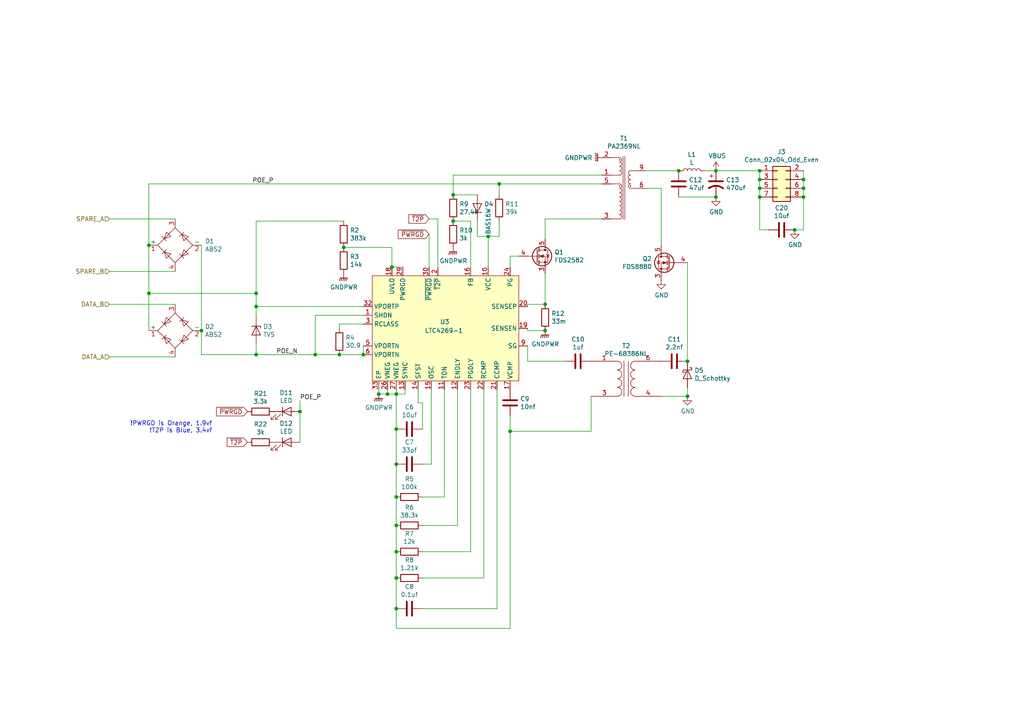
<source format=kicad_sch>
(kicad_sch (version 20200512) (host eeschema "5.99.0-unknown-711fc99~101~ubuntu20.04.1")
  (page 1 7)
  (paper "A4")
  (lib_symbols
    (symbol "Connector_Generic:Conn_02x04_Odd_Even" (pin_names hide)
      (property "Reference" "J" (at 1.27 5.08 0))
      (property "Value" "Conn_02x04_Odd_Even" (at 1.27 -7.62 0))
      (symbol "Conn_02x04_Odd_Even_1_1"
        (rectangle (start -1.27 -4.953) (end 0 -5.207))
        (rectangle (start -1.27 -2.413) (end 0 -2.667))
        (rectangle (start -1.27 2.667) (end 0 2.413))
        (rectangle (start -1.27 3.81) (end 3.81 -6.35) (stroke (width 0.254)) (fill (type background)))
        (rectangle (start -1.27 0.127) (end 0 -0.127))
        (rectangle (start 3.81 -4.953) (end 2.54 -5.207))
        (rectangle (start 3.81 -2.413) (end 2.54 -2.667))
        (rectangle (start 3.81 2.667) (end 2.54 2.413))
        (rectangle (start 3.81 0.127) (end 2.54 -0.127))
        (pin passive line (at -5.08 2.54 0) (length 3.81) (name "Pin_1") (number "1"))
        (pin passive line (at 7.62 2.54 180) (length 3.81) (name "Pin_2") (number "2"))
        (pin passive line (at -5.08 0 0) (length 3.81) (name "Pin_3") (number "3"))
        (pin passive line (at 7.62 0 180) (length 3.81) (name "Pin_4") (number "4"))
        (pin passive line (at -5.08 -2.54 0) (length 3.81) (name "Pin_5") (number "5"))
        (pin passive line (at 7.62 -2.54 180) (length 3.81) (name "Pin_6") (number "6"))
        (pin passive line (at -5.08 -5.08 0) (length 3.81) (name "Pin_7") (number "7"))
        (pin passive line (at 7.62 -5.08 180) (length 3.81) (name "Pin_8") (number "8"))
      )
    )
    (symbol "Device:C" (pin_numbers hide) (pin_names (offset 0.254))
      (property "Reference" "C" (at 0.635 2.54 0))
      (property "Value" "C" (at 0.635 -2.54 0))
      (symbol "C_0_1"
        (polyline (pts (xy -2.032 -0.762) (xy 2.032 -0.762)) (stroke (width 0.508)))
        (polyline (pts (xy -2.032 0.762) (xy 2.032 0.762)) (stroke (width 0.508)))
      )
      (symbol "C_1_1"
        (pin passive line (at 0 3.81 270) (length 2.794) (name "~") (number "1"))
        (pin passive line (at 0 -3.81 90) (length 2.794) (name "~") (number "2"))
      )
    )
    (symbol "Device:CP1" (pin_numbers hide) (pin_names (offset 0.254) hide)
      (property "Reference" "C" (at 0.635 2.54 0))
      (property "Value" "CP1" (at 0.635 -2.54 0))
      (symbol "CP1_0_1"
        (arc (start -2.032 -1.27) (end 2.032 -1.27) (radius (at 0 -3.81) (length 3.2512) (angles 128.7 51.3)) (stroke (width 0.508)))
        (polyline (pts (xy -2.032 0.762) (xy 2.032 0.762)) (stroke (width 0.508)))
        (polyline (pts (xy -1.778 2.286) (xy -0.762 2.286)))
        (polyline (pts (xy -1.27 1.778) (xy -1.27 2.794)))
      )
      (symbol "CP1_1_1"
        (pin passive line (at 0 3.81 270) (length 2.794) (name "~") (number "1"))
        (pin passive line (at 0 -3.81 90) (length 3.302) (name "~") (number "2"))
      )
    )
    (symbol "Device:C_1" (pin_numbers hide) (pin_names (offset 0.254))
      (property "Reference" "C" (at 0.635 2.54 0))
      (property "Value" "C" (at 0.635 -2.54 0))
      (symbol "C_1_0_1"
        (polyline (pts (xy -2.032 -0.762) (xy 2.032 -0.762)) (stroke (width 0.508)))
        (polyline (pts (xy -2.032 0.762) (xy 2.032 0.762)) (stroke (width 0.508)))
      )
      (symbol "C_1_1_1"
        (pin passive line (at 0 3.81 270) (length 2.794) (name "~") (number "1"))
        (pin passive line (at 0 -3.81 90) (length 2.794) (name "~") (number "2"))
      )
    )
    (symbol "Device:C_2" (pin_numbers hide) (pin_names (offset 0.254))
      (property "Reference" "C" (at 0.635 2.54 0))
      (property "Value" "C" (at 0.635 -2.54 0))
      (symbol "C_2_0_1"
        (polyline (pts (xy -2.032 -0.762) (xy 2.032 -0.762)) (stroke (width 0.508)))
        (polyline (pts (xy -2.032 0.762) (xy 2.032 0.762)) (stroke (width 0.508)))
      )
      (symbol "C_2_1_1"
        (pin passive line (at 0 3.81 270) (length 2.794) (name "~") (number "1"))
        (pin passive line (at 0 -3.81 90) (length 2.794) (name "~") (number "2"))
      )
    )
    (symbol "Device:C_3" (pin_numbers hide) (pin_names (offset 0.254))
      (property "Reference" "C" (at 0.635 2.54 0))
      (property "Value" "C" (at 0.635 -2.54 0))
      (symbol "C_3_0_1"
        (polyline (pts (xy -2.032 -0.762) (xy 2.032 -0.762)) (stroke (width 0.508)))
        (polyline (pts (xy -2.032 0.762) (xy 2.032 0.762)) (stroke (width 0.508)))
      )
      (symbol "C_3_1_1"
        (pin passive line (at 0 3.81 270) (length 2.794) (name "~") (number "1"))
        (pin passive line (at 0 -3.81 90) (length 2.794) (name "~") (number "2"))
      )
    )
    (symbol "Device:C_4" (pin_numbers hide) (pin_names (offset 0.254))
      (property "Reference" "C" (at 0.635 2.54 0))
      (property "Value" "C" (at 0.635 -2.54 0))
      (symbol "C_4_0_1"
        (polyline (pts (xy -2.032 -0.762) (xy 2.032 -0.762)) (stroke (width 0.508)))
        (polyline (pts (xy -2.032 0.762) (xy 2.032 0.762)) (stroke (width 0.508)))
      )
      (symbol "C_4_1_1"
        (pin passive line (at 0 3.81 270) (length 2.794) (name "~") (number "1"))
        (pin passive line (at 0 -3.81 90) (length 2.794) (name "~") (number "2"))
      )
    )
    (symbol "Device:C_5" (pin_numbers hide) (pin_names (offset 0.254))
      (property "Reference" "C" (at 0.635 2.54 0))
      (property "Value" "C" (at 0.635 -2.54 0))
      (symbol "C_5_0_1"
        (polyline (pts (xy -2.032 -0.762) (xy 2.032 -0.762)) (stroke (width 0.508)))
        (polyline (pts (xy -2.032 0.762) (xy 2.032 0.762)) (stroke (width 0.508)))
      )
      (symbol "C_5_1_1"
        (pin passive line (at 0 3.81 270) (length 2.794) (name "~") (number "1"))
        (pin passive line (at 0 -3.81 90) (length 2.794) (name "~") (number "2"))
      )
    )
    (symbol "Device:C_6" (pin_numbers hide) (pin_names (offset 0.254))
      (property "Reference" "C" (at 0.635 2.54 0))
      (property "Value" "C" (at 0.635 -2.54 0))
      (symbol "C_6_0_1"
        (polyline (pts (xy -2.032 -0.762) (xy 2.032 -0.762)) (stroke (width 0.508)))
        (polyline (pts (xy -2.032 0.762) (xy 2.032 0.762)) (stroke (width 0.508)))
      )
      (symbol "C_6_1_1"
        (pin passive line (at 0 3.81 270) (length 2.794) (name "~") (number "1"))
        (pin passive line (at 0 -3.81 90) (length 2.794) (name "~") (number "2"))
      )
    )
    (symbol "Device:C_7" (pin_numbers hide) (pin_names (offset 0.254))
      (property "Reference" "C" (at 0.635 2.54 0))
      (property "Value" "C" (at 0.635 -2.54 0))
      (symbol "C_7_0_1"
        (polyline (pts (xy -2.032 -0.762) (xy 2.032 -0.762)) (stroke (width 0.508)))
        (polyline (pts (xy -2.032 0.762) (xy 2.032 0.762)) (stroke (width 0.508)))
      )
      (symbol "C_7_1_1"
        (pin passive line (at 0 3.81 270) (length 2.794) (name "~") (number "1"))
        (pin passive line (at 0 -3.81 90) (length 2.794) (name "~") (number "2"))
      )
    )
    (symbol "Device:D_Schottky" (pin_numbers hide) (pin_names hide)
      (property "Reference" "D" (at 0 2.54 0))
      (property "Value" "D_Schottky" (at 0 -2.54 0))
      (symbol "D_Schottky_0_1"
        (polyline (pts (xy 1.27 0) (xy -1.27 0)))
        (polyline (pts (xy 1.27 1.27) (xy 1.27 -1.27) (xy -1.27 0) (xy 1.27 1.27)) (stroke (width 0.2032)))
        (polyline (pts (xy -1.905 0.635) (xy -1.905 1.27) (xy -1.27 1.27) (xy -1.27 -1.27) (xy -0.635 -1.27) (xy -0.635 -0.635)) (stroke (width 0.2032)))
      )
      (symbol "D_Schottky_1_1"
        (pin passive line (at -3.81 0 0) (length 2.54) (name "K") (number "1"))
        (pin passive line (at 3.81 0 180) (length 2.54) (name "A") (number "2"))
      )
    )
    (symbol "Device:L" (pin_numbers hide) (pin_names hide)
      (property "Reference" "L" (at -1.27 0 90))
      (property "Value" "L" (at 1.905 0 90))
      (symbol "L_0_1"
        (arc (start 0 -2.54) (end 0 -1.27) (radius (at 0 -1.905) (length 0.635) (angles -89.9 89.9)))
        (arc (start 0 -1.27) (end 0 0) (radius (at 0 -0.635) (length 0.635) (angles -89.9 89.9)))
        (arc (start 0 0) (end 0 1.27) (radius (at 0 0.635) (length 0.635) (angles -89.9 89.9)))
        (arc (start 0 1.27) (end 0 2.54) (radius (at 0 1.905) (length 0.635) (angles -89.9 89.9)))
      )
      (symbol "L_1_1"
        (pin passive line (at 0 3.81 270) (length 1.27) (name "1") (number "1"))
        (pin passive line (at 0 -3.81 90) (length 1.27) (name "2") (number "2"))
      )
    )
    (symbol "Device:LED" (pin_numbers hide) (pin_names hide)
      (property "Reference" "D" (at 0 2.54 0))
      (property "Value" "LED" (at 0 -2.54 0))
      (symbol "LED_0_1"
        (polyline (pts (xy -1.27 -1.27) (xy -1.27 1.27)) (stroke (width 0.2032)))
        (polyline (pts (xy -1.27 0) (xy 1.27 0)))
        (polyline (pts (xy 1.27 -1.27) (xy 1.27 1.27) (xy -1.27 0) (xy 1.27 -1.27)) (stroke (width 0.2032)))
        (polyline (pts (xy -3.048 -0.762) (xy -4.572 -2.286) (xy -3.81 -2.286) (xy -4.572 -2.286) (xy -4.572 -1.524)))
        (polyline (pts (xy -1.778 -0.762) (xy -3.302 -2.286) (xy -2.54 -2.286) (xy -3.302 -2.286) (xy -3.302 -1.524)))
      )
      (symbol "LED_1_1"
        (pin passive line (at -3.81 0 0) (length 2.54) (name "K") (number "1"))
        (pin passive line (at 3.81 0 180) (length 2.54) (name "A") (number "2"))
      )
    )
    (symbol "Device:R" (pin_numbers hide) (pin_names (offset 0))
      (property "Reference" "R" (at 2.032 0 90))
      (property "Value" "R" (at 0 0 90))
      (symbol "R_0_1"
        (rectangle (start -1.016 -2.54) (end 1.016 2.54) (stroke (width 0.254)))
      )
      (symbol "R_1_1"
        (pin passive line (at 0 3.81 270) (length 1.27) (name "~") (number "1"))
        (pin passive line (at 0 -3.81 90) (length 1.27) (name "~") (number "2"))
      )
    )
    (symbol "Device:R_1" (pin_numbers hide) (pin_names (offset 0))
      (property "Reference" "R" (at 2.032 0 90))
      (property "Value" "R" (at 0 0 90))
      (symbol "R_1_0_1"
        (rectangle (start -1.016 -2.54) (end 1.016 2.54) (stroke (width 0.254)))
      )
      (symbol "R_1_1_1"
        (pin passive line (at 0 3.81 270) (length 1.27) (name "~") (number "1"))
        (pin passive line (at 0 -3.81 90) (length 1.27) (name "~") (number "2"))
      )
    )
    (symbol "Device:R_10" (pin_numbers hide) (pin_names (offset 0))
      (property "Reference" "R" (at 2.032 0 90))
      (property "Value" "R" (at 0 0 90))
      (symbol "R_10_0_1"
        (rectangle (start -1.016 -2.54) (end 1.016 2.54) (stroke (width 0.254)))
      )
      (symbol "R_10_1_1"
        (pin passive line (at 0 3.81 270) (length 1.27) (name "~") (number "1"))
        (pin passive line (at 0 -3.81 90) (length 1.27) (name "~") (number "2"))
      )
    )
    (symbol "Device:R_11" (pin_numbers hide) (pin_names (offset 0))
      (property "Reference" "R" (at 2.032 0 90))
      (property "Value" "R" (at 0 0 90))
      (symbol "R_11_0_1"
        (rectangle (start -1.016 -2.54) (end 1.016 2.54) (stroke (width 0.254)))
      )
      (symbol "R_11_1_1"
        (pin passive line (at 0 3.81 270) (length 1.27) (name "~") (number "1"))
        (pin passive line (at 0 -3.81 90) (length 1.27) (name "~") (number "2"))
      )
    )
    (symbol "Device:R_12" (pin_numbers hide) (pin_names (offset 0))
      (property "Reference" "R" (at 2.032 0 90))
      (property "Value" "R" (at 0 0 90))
      (symbol "R_12_0_1"
        (rectangle (start -1.016 -2.54) (end 1.016 2.54) (stroke (width 0.254)))
      )
      (symbol "R_12_1_1"
        (pin passive line (at 0 3.81 270) (length 1.27) (name "~") (number "1"))
        (pin passive line (at 0 -3.81 90) (length 1.27) (name "~") (number "2"))
      )
    )
    (symbol "Device:R_2" (pin_numbers hide) (pin_names (offset 0))
      (property "Reference" "R" (at 2.032 0 90))
      (property "Value" "R" (at 0 0 90))
      (symbol "R_2_0_1"
        (rectangle (start -1.016 -2.54) (end 1.016 2.54) (stroke (width 0.254)))
      )
      (symbol "R_2_1_1"
        (pin passive line (at 0 3.81 270) (length 1.27) (name "~") (number "1"))
        (pin passive line (at 0 -3.81 90) (length 1.27) (name "~") (number "2"))
      )
    )
    (symbol "Device:R_3" (pin_numbers hide) (pin_names (offset 0))
      (property "Reference" "R" (at 2.032 0 90))
      (property "Value" "R" (at 0 0 90))
      (symbol "R_3_0_1"
        (rectangle (start -1.016 -2.54) (end 1.016 2.54) (stroke (width 0.254)))
      )
      (symbol "R_3_1_1"
        (pin passive line (at 0 3.81 270) (length 1.27) (name "~") (number "1"))
        (pin passive line (at 0 -3.81 90) (length 1.27) (name "~") (number "2"))
      )
    )
    (symbol "Device:R_4" (pin_numbers hide) (pin_names (offset 0))
      (property "Reference" "R" (at 2.032 0 90))
      (property "Value" "R" (at 0 0 90))
      (symbol "R_4_0_1"
        (rectangle (start -1.016 -2.54) (end 1.016 2.54) (stroke (width 0.254)))
      )
      (symbol "R_4_1_1"
        (pin passive line (at 0 3.81 270) (length 1.27) (name "~") (number "1"))
        (pin passive line (at 0 -3.81 90) (length 1.27) (name "~") (number "2"))
      )
    )
    (symbol "Device:R_5" (pin_numbers hide) (pin_names (offset 0))
      (property "Reference" "R" (at 2.032 0 90))
      (property "Value" "R" (at 0 0 90))
      (symbol "R_5_0_1"
        (rectangle (start -1.016 -2.54) (end 1.016 2.54) (stroke (width 0.254)))
      )
      (symbol "R_5_1_1"
        (pin passive line (at 0 3.81 270) (length 1.27) (name "~") (number "1"))
        (pin passive line (at 0 -3.81 90) (length 1.27) (name "~") (number "2"))
      )
    )
    (symbol "Device:R_6" (pin_numbers hide) (pin_names (offset 0))
      (property "Reference" "R" (at 2.032 0 90))
      (property "Value" "R" (at 0 0 90))
      (symbol "R_6_0_1"
        (rectangle (start -1.016 -2.54) (end 1.016 2.54) (stroke (width 0.254)))
      )
      (symbol "R_6_1_1"
        (pin passive line (at 0 3.81 270) (length 1.27) (name "~") (number "1"))
        (pin passive line (at 0 -3.81 90) (length 1.27) (name "~") (number "2"))
      )
    )
    (symbol "Device:R_7" (pin_numbers hide) (pin_names (offset 0))
      (property "Reference" "R" (at 2.032 0 90))
      (property "Value" "R" (at 0 0 90))
      (symbol "R_7_0_1"
        (rectangle (start -1.016 -2.54) (end 1.016 2.54) (stroke (width 0.254)))
      )
      (symbol "R_7_1_1"
        (pin passive line (at 0 3.81 270) (length 1.27) (name "~") (number "1"))
        (pin passive line (at 0 -3.81 90) (length 1.27) (name "~") (number "2"))
      )
    )
    (symbol "Device:R_8" (pin_numbers hide) (pin_names (offset 0))
      (property "Reference" "R" (at 2.032 0 90))
      (property "Value" "R" (at 0 0 90))
      (symbol "R_8_0_1"
        (rectangle (start -1.016 -2.54) (end 1.016 2.54) (stroke (width 0.254)))
      )
      (symbol "R_8_1_1"
        (pin passive line (at 0 3.81 270) (length 1.27) (name "~") (number "1"))
        (pin passive line (at 0 -3.81 90) (length 1.27) (name "~") (number "2"))
      )
    )
    (symbol "Device:R_9" (pin_numbers hide) (pin_names (offset 0))
      (property "Reference" "R" (at 2.032 0 90))
      (property "Value" "R" (at 0 0 90))
      (symbol "R_9_0_1"
        (rectangle (start -1.016 -2.54) (end 1.016 2.54) (stroke (width 0.254)))
      )
      (symbol "R_9_1_1"
        (pin passive line (at 0 3.81 270) (length 1.27) (name "~") (number "1"))
        (pin passive line (at 0 -3.81 90) (length 1.27) (name "~") (number "2"))
      )
    )
    (symbol "Diode:5KPxxA" (pin_numbers hide) (pin_names hide)
      (property "Reference" "D" (at 0 2.54 0))
      (property "Value" "5KPxxA" (at 0 -2.54 0))
      (symbol "5KPxxA_0_1"
        (polyline (pts (xy 1.27 0) (xy -1.27 0)))
        (polyline (pts (xy -0.762 1.27) (xy -1.27 1.27) (xy -1.27 -1.27)) (stroke (width 0.2032)))
        (polyline (pts (xy 1.27 1.27) (xy 1.27 -1.27) (xy -1.27 0) (xy 1.27 1.27)) (stroke (width 0.2032)))
      )
      (symbol "5KPxxA_1_1"
        (pin passive line (at -3.81 0 0) (length 2.54) (name "A1") (number "1"))
        (pin passive line (at 3.81 0 180) (length 2.54) (name "A2") (number "2"))
      )
    )
    (symbol "Diode:BAS16W" (pin_numbers hide) (pin_names (offset 0.508) hide)
      (property "Reference" "D" (at 0 2.54 0))
      (property "Value" "BAS16W" (at 0 -2.54 0))
      (symbol "BAS16W_0_1"
        (polyline (pts (xy -1.27 1.27) (xy -1.27 -1.27)) (stroke (width 0.2032)))
        (polyline (pts (xy 1.27 0) (xy -1.27 0)))
        (polyline (pts (xy 1.27 1.27) (xy 1.27 -1.27) (xy -1.27 0) (xy 1.27 1.27)) (stroke (width 0.2032)))
      )
      (symbol "BAS16W_1_1"
        (pin passive line (at 3.81 0 180) (length 2.54) (name "A") (number "1"))
        (pin unconnected line (at -1.27 0 0) (length 2.54) (name "NC") (number "2") hide)
        (pin passive line (at -3.81 0 0) (length 2.54) (name "K") (number "3"))
      )
    )
    (symbol "Diode_Bridge:ABS2" (pin_names (offset 0))
      (property "Reference" "D" (at 2.54 6.985 0))
      (property "Value" "ABS2" (at 2.54 5.08 0))
      (symbol "ABS2_0_1"
        (polyline (pts (xy -2.54 3.81) (xy -1.27 2.54)))
        (polyline (pts (xy -1.27 -2.54) (xy -2.54 -3.81)))
        (polyline (pts (xy 2.54 -1.27) (xy 3.81 -2.54)))
        (polyline (pts (xy 2.54 1.27) (xy 3.81 2.54)))
        (polyline (pts (xy -3.81 2.54) (xy -2.54 1.27) (xy -1.905 3.175) (xy -3.81 2.54)))
        (polyline (pts (xy -2.54 -1.27) (xy -3.81 -2.54) (xy -1.905 -3.175) (xy -2.54 -1.27)))
        (polyline (pts (xy 1.27 2.54) (xy 2.54 3.81) (xy 3.175 1.905) (xy 1.27 2.54)))
        (polyline (pts (xy 3.175 -1.905) (xy 1.27 -2.54) (xy 2.54 -3.81) (xy 3.175 -1.905)))
        (polyline (pts (xy -5.08 0) (xy 0 -5.08) (xy 5.08 0) (xy 0 5.08) (xy -5.08 0)))
      )
      (symbol "ABS2_1_1"
        (pin passive line (at 7.62 0 180) (length 2.54) (name "+") (number "1"))
        (pin passive line (at -7.62 0 0) (length 2.54) (name "-") (number "2"))
        (pin passive line (at 0 -7.62 90) (length 2.54) (name "~~") (number "3"))
        (pin passive line (at 0 7.62 270) (length 2.54) (name "~~") (number "4"))
      )
    )
    (symbol "h75_poe:FDS2582" (pin_names (offset 0) hide)
      (property "Reference" "Q" (at 5.08 1.27 0))
      (property "Value" "FDS2582" (at 5.08 -1.27 0))
      (symbol "FDS2582_0_1"
        (circle (center 1.651 0) (radius 2.794) (stroke (width 0.254)))
        (circle (center 2.54 -1.778) (radius 0.254) (fill (type outline)))
        (circle (center 2.54 1.778) (radius 0.254) (fill (type outline)))
        (polyline (pts (xy 0.254 0) (xy -2.54 0)))
        (polyline (pts (xy 0.254 1.905) (xy 0.254 -1.905)) (stroke (width 0.254)))
        (polyline (pts (xy 0.762 -1.27) (xy 0.762 -2.286)) (stroke (width 0.254)))
        (polyline (pts (xy 0.762 0.508) (xy 0.762 -0.508)) (stroke (width 0.254)))
        (polyline (pts (xy 0.762 2.286) (xy 0.762 1.27)) (stroke (width 0.254)))
        (polyline (pts (xy 2.54 2.54) (xy 2.54 1.778)))
        (polyline (pts (xy 2.54 -2.54) (xy 2.54 0) (xy 0.762 0)))
        (polyline (pts (xy 0.762 -1.778) (xy 3.302 -1.778) (xy 3.302 1.778) (xy 0.762 1.778)))
        (polyline (pts (xy 1.016 0) (xy 2.032 0.381) (xy 2.032 -0.381) (xy 1.016 0)) (fill (type outline)))
        (polyline (pts (xy 2.794 0.508) (xy 2.921 0.381) (xy 3.683 0.381) (xy 3.81 0.254)))
        (polyline (pts (xy 3.302 0.381) (xy 2.921 -0.254) (xy 3.683 -0.254) (xy 3.302 0.381)))
      )
      (symbol "FDS2582_1_1"
        (pin passive line (at 2.54 5.08 270) (length 2.54) (name "D") (number "5"))
        (pin input line (at -5.08 0 0) (length 2.54) (name "G") (number "4"))
        (pin passive line (at 2.54 -5.08 90) (length 2.54) (name "S") (number "3"))
        (pin passive line (at 2.54 -5.08 90) (length 2.54) (name "S") (number "1") hide)
        (pin passive line (at 2.54 -5.08 90) (length 2.54) (name "S") (number "2") hide)
        (pin passive line (at 2.54 5.08 270) (length 2.54) (name "D") (number "6") hide)
        (pin passive line (at 2.54 5.08 270) (length 2.54) (name "D") (number "6") hide)
        (pin passive line (at 2.54 5.08 270) (length 2.54) (name "D") (number "7") hide)
        (pin passive line (at 2.54 5.08 270) (length 2.54) (name "D") (number "8") hide)
      )
    )
    (symbol "h75_poe:FDS8880" (pin_names (offset 0) hide)
      (property "Reference" "Q" (at 5.08 1.27 0))
      (property "Value" "FDS8880" (at 5.08 -1.27 0))
      (symbol "FDS8880_0_1"
        (circle (center 1.651 0) (radius 2.794) (stroke (width 0.254)))
        (circle (center 2.54 -1.778) (radius 0.254) (fill (type outline)))
        (circle (center 2.54 1.778) (radius 0.254) (fill (type outline)))
        (polyline (pts (xy 0.254 0) (xy -2.54 0)))
        (polyline (pts (xy 0.254 1.905) (xy 0.254 -1.905)) (stroke (width 0.254)))
        (polyline (pts (xy 0.762 -1.27) (xy 0.762 -2.286)) (stroke (width 0.254)))
        (polyline (pts (xy 0.762 0.508) (xy 0.762 -0.508)) (stroke (width 0.254)))
        (polyline (pts (xy 0.762 2.286) (xy 0.762 1.27)) (stroke (width 0.254)))
        (polyline (pts (xy 2.54 2.54) (xy 2.54 1.778)))
        (polyline (pts (xy 2.54 -2.54) (xy 2.54 0) (xy 0.762 0)))
        (polyline (pts (xy 0.762 -1.778) (xy 3.302 -1.778) (xy 3.302 1.778) (xy 0.762 1.778)))
        (polyline (pts (xy 1.016 0) (xy 2.032 0.381) (xy 2.032 -0.381) (xy 1.016 0)) (fill (type outline)))
        (polyline (pts (xy 2.794 0.508) (xy 2.921 0.381) (xy 3.683 0.381) (xy 3.81 0.254)))
        (polyline (pts (xy 3.302 0.381) (xy 2.921 -0.254) (xy 3.683 -0.254) (xy 3.302 0.381)))
      )
      (symbol "FDS8880_1_1"
        (pin passive line (at 2.54 5.08 270) (length 2.54) (name "D") (number "5"))
        (pin input line (at -5.08 0 0) (length 2.54) (name "G") (number "4"))
        (pin passive line (at 2.54 -5.08 90) (length 2.54) (name "S") (number "3"))
        (pin passive line (at 2.54 -5.08 90) (length 2.54) (name "S") (number "1") hide)
        (pin passive line (at 2.54 -5.08 90) (length 2.54) (name "S") (number "2") hide)
        (pin passive line (at 2.54 5.08 270) (length 2.54) (name "D") (number "6") hide)
        (pin passive line (at 2.54 5.08 270) (length 2.54) (name "D") (number "6") hide)
        (pin passive line (at 2.54 5.08 270) (length 2.54) (name "D") (number "7") hide)
        (pin passive line (at 2.54 5.08 270) (length 2.54) (name "D") (number "8") hide)
      )
    )
    (symbol "h75_poe:LTC4269-1"
      (property "Reference" "U" (at 0 -1.27 0))
      (property "Value" "LTC4269-1" (at 0 0.635 0))
      (symbol "LTC4269-1_0_1"
        (rectangle (start 21.59 13.335) (end -20.955 -17.145) (stroke (width 0.152)) (fill (type background)))
      )
      (symbol "LTC4269-1_0_0"
        (pin unspecified line (at -23.495 1.905 0) (length 2.54) (name "SHDN") (number "1"))
        (pin unspecified line (at -1.905 15.875 270) (length 2.54) (name "~T2P") (number "2"))
        (pin unspecified line (at -23.495 -0.635 0) (length 2.54) (name "RCLASS") (number "3"))
        (pin unconnected line (at 3.175 4.445 0) (length 2.54) (name "NC") (number "4") hide)
        (pin unspecified line (at -23.495 -6.985 0) (length 2.54) (name "VPORTN") (number "5"))
        (pin unspecified line (at -23.495 -9.525 0) (length 2.54) (name "VPORTN") (number "6"))
        (pin unconnected line (at 3.175 1.905 0) (length 2.54) (name "NC") (number "7") hide)
        (pin unconnected line (at 3.175 -0.635 0) (length 2.54) (name "NC") (number "8") hide)
        (pin unspecified line (at 24.13 -6.985 180) (length 2.54) (name "SG") (number "9"))
        (pin unspecified line (at 12.7 15.875 270) (length 2.54) (name "VCC") (number "10"))
        (pin unspecified line (at 0 -19.685 90) (length 2.54) (name "TON") (number "11"))
        (pin unspecified line (at 3.81 -19.685 90) (length 2.54) (name "ENDLY") (number "12"))
        (pin unspecified line (at -11.43 -19.685 90) (length 2.54) (name "SYNC") (number "13"))
        (pin unspecified line (at -7.62 -19.685 90) (length 2.54) (name "SFST") (number "14"))
        (pin unspecified line (at -3.81 -19.685 90) (length 2.54) (name "OSC") (number "15"))
        (pin unspecified line (at 7.62 15.875 270) (length 2.54) (name "FB") (number "16"))
        (pin unspecified line (at 19.05 -19.685 90) (length 2.54) (name "VCMP") (number "17"))
        (pin unspecified line (at -15.24 15.875 270) (length 2.54) (name "UVLO") (number "18"))
        (pin unspecified line (at 24.13 -1.905 180) (length 2.54) (name "SENSEN") (number "19"))
        (pin unspecified line (at 24.13 4.445 180) (length 2.54) (name "SENSEP") (number "20"))
        (pin unspecified line (at 15.24 -19.685 90) (length 2.54) (name "CCMP") (number "21"))
        (pin unspecified line (at 11.43 -19.685 90) (length 2.54) (name "RCMP") (number "22"))
        (pin unspecified line (at 7.62 -19.685 90) (length 2.54) (name "PGDLY") (number "23"))
        (pin unspecified line (at 19.05 15.875 270) (length 2.54) (name "PG") (number "24"))
        (pin unconnected line (at 3.175 -3.175 0) (length 2.54) (name "NC") (number "25") hide)
        (pin unspecified line (at -16.51 -19.685 90) (length 2.54) (name "VNEG") (number "26"))
        (pin unspecified line (at -13.97 -19.685 90) (length 2.54) (name "VNEG") (number "27"))
        (pin unconnected line (at 3.175 -5.715 0) (length 2.54) (name "NC") (number "28") hide)
        (pin unspecified line (at -12.065 15.875 270) (length 2.54) (name "PWRGD") (number "29"))
        (pin unspecified line (at -4.445 15.875 270) (length 2.54) (name "~PWRGD") (number "30"))
        (pin unconnected line (at 3.175 -8.255 0) (length 2.54) (name "NC") (number "31") hide)
        (pin unspecified line (at -23.495 4.445 0) (length 2.54) (name "VPORTP") (number "32"))
        (pin unspecified line (at -19.05 -19.685 90) (length 2.54) (name "EP") (number "33"))
      )
    )
    (symbol "h75_poe:PA2369NL"
      (property "Reference" "T" (at 0 0 0))
      (property "Value" "PA2369NL" (at 0.635 1.905 0))
      (symbol "PA2369NL_0_1"
        (arc (start -1.27 -6.985) (end -0.635 -6.35) (radius (at -1.27 -6.35) (length 0.635) (angles -90 0)))
        (arc (start -0.635 -6.35) (end -1.27 -5.715) (radius (at -1.27 -6.35) (length 0.635) (angles 0 90)))
        (arc (start -1.27 -5.715) (end -0.635 -5.08) (radius (at -1.27 -5.08) (length 0.635) (angles -90 0)))
        (arc (start -0.635 -5.08) (end -1.27 -4.445) (radius (at -1.27 -5.08) (length 0.635) (angles 0 90)))
        (arc (start -1.27 -4.445) (end -0.635 -3.81) (radius (at -1.27 -3.81) (length 0.635) (angles -90 0)))
        (arc (start -0.635 -3.81) (end -1.27 -3.175) (radius (at -1.27 -3.81) (length 0.635) (angles 0 90)))
        (arc (start -1.27 -3.175) (end -0.635 -2.54) (radius (at -1.27 -2.54) (length 0.635) (angles -90 0)))
        (arc (start -0.635 -2.54) (end -1.27 -1.905) (radius (at -1.27 -2.54) (length 0.635) (angles 0 90)))
        (arc (start -1.27 -14.605) (end -0.635 -13.97) (radius (at -1.27 -13.97) (length 0.635) (angles -90 0)))
        (arc (start -0.635 -13.97) (end -1.27 -13.335) (radius (at -1.27 -13.97) (length 0.635) (angles 0 90)))
        (arc (start -1.27 -13.335) (end -0.635 -12.7) (radius (at -1.27 -12.7) (length 0.635) (angles -90 0)))
        (arc (start -0.635 -12.7) (end -1.27 -12.065) (radius (at -1.27 -12.7) (length 0.635) (angles 0 90)))
        (arc (start -1.27 -12.065) (end -0.635 -11.43) (radius (at -1.27 -11.43) (length 0.635) (angles -90 0)))
        (arc (start -0.635 -11.43) (end -1.27 -10.795) (radius (at -1.27 -11.43) (length 0.635) (angles 0 90)))
        (arc (start -1.27 -10.795) (end -0.635 -10.16) (radius (at -1.27 -10.16) (length 0.635) (angles -90 0)))
        (arc (start -0.635 -10.16) (end -1.27 -9.525) (radius (at -1.27 -10.16) (length 0.635) (angles 0 90)))
        (arc (start -1.27 -19.685) (end -0.635 -19.05) (radius (at -1.27 -19.05) (length 0.635) (angles -90 0)))
        (arc (start -0.635 -19.05) (end -1.27 -18.415) (radius (at -1.27 -19.05) (length 0.635) (angles 0 90)))
        (arc (start -1.27 -18.415) (end -0.635 -17.78) (radius (at -1.27 -17.78) (length 0.635) (angles -90 0)))
        (arc (start -0.635 -17.78) (end -1.27 -17.145) (radius (at -1.27 -17.78) (length 0.635) (angles 0 90)))
        (arc (start -1.27 -17.145) (end -0.635 -16.51) (radius (at -1.27 -16.51) (length 0.635) (angles -90 0)))
        (arc (start -0.635 -16.51) (end -1.27 -15.875) (radius (at -1.27 -16.51) (length 0.635) (angles 0 90)))
        (arc (start -1.27 -15.875) (end -0.635 -15.24) (radius (at -1.27 -15.24) (length 0.635) (angles -90 0)))
        (arc (start -0.635 -15.24) (end -1.27 -14.605) (radius (at -1.27 -15.24) (length 0.635) (angles 0 90)))
        (arc (start 1.27 -10.16) (end 1.905 -10.795) (radius (at 1.905 -10.16) (length 0.635) (angles 180 -90)))
        (arc (start 1.905 -9.525) (end 1.27 -10.16) (radius (at 1.905 -10.16) (length 0.635) (angles 90 180)))
        (arc (start 1.27 -8.89) (end 1.905 -9.525) (radius (at 1.905 -8.89) (length 0.635) (angles 180 -90)))
        (arc (start 1.905 -8.255) (end 1.27 -8.89) (radius (at 1.905 -8.89) (length 0.635) (angles 90 180)))
        (arc (start 1.27 -7.62) (end 1.905 -8.255) (radius (at 1.905 -7.62) (length 0.635) (angles 180 -90)))
        (arc (start 1.905 -6.985) (end 1.27 -7.62) (radius (at 1.905 -7.62) (length 0.635) (angles 90 180)))
        (arc (start 1.27 -6.35) (end 1.905 -6.985) (radius (at 1.905 -6.35) (length 0.635) (angles 180 -90)))
        (arc (start 1.905 -5.715) (end 1.27 -6.35) (radius (at 1.905 -6.35) (length 0.635) (angles 90 180)))
        (circle (center -1.27 -2.54) (radius 0.127))
        (circle (center -1.27 -10.16) (radius 0.127))
        (circle (center 1.905 -10.16) (radius 0.127))
        (polyline (pts (xy -1.27 -1.905) (xy -3.81 -1.905)))
        (polyline (pts (xy -1.27 -6.985) (xy -3.81 -6.985)))
        (polyline (pts (xy -1.27 -9.525) (xy -3.81 -9.525)))
        (polyline (pts (xy -1.27 -19.685) (xy -3.81 -19.685)))
        (polyline (pts (xy 1.905 -5.715) (xy 3.81 -5.715)))
        (polyline (pts (xy 1.905 -10.795) (xy 3.81 -10.795)))
        (polyline (pts (xy -0.254 -1.524) (xy -0.254 -19.812)))
        (polyline (pts (xy 0.254 -1.524) (xy 0.254 -19.812)))
      )
      (symbol "PA2369NL_1_1"
        (pin input line (at -6.35 -1.905 0) (length 2.54) (name "~") (number "2"))
        (pin input line (at -6.35 -6.985 0) (length 2.54) (name "~") (number "1"))
        (pin input line (at -6.35 -9.525 0) (length 2.54) (name "~") (number "5"))
        (pin input line (at -6.35 -19.685 0) (length 2.54) (name "~") (number "3"))
        (pin input line (at 6.35 -10.795 180) (length 2.54) (name "~") (number "6"))
        (pin input line (at 6.35 -5.715 180) (length 2.54) (name "~") (number "9"))
        (pin input line (at 6.35 -10.795 180) (length 2.54) (name "~") (number "7") hide)
        (pin input line (at 6.35 -5.715 180) (length 2.54) (name "~") (number "10") hide)
      )
    )
    (symbol "h75_poe:PE-68386NL" (pin_names hide)
      (property "Reference" "T" (at 0 6.35 0))
      (property "Value" "PE-68386NL" (at 0 -7.62 0))
      (symbol "PE-68386NL_0_1"
        (arc (start -2.54 -2.54) (end -1.27 -3.81) (radius (at -2.54 -3.81) (length 1.27) (angles 89.9 0.1)))
        (arc (start -1.27 -3.81) (end -2.54 -5.0546) (radius (at -2.54 -3.81) (length 1.27) (angles -0.1 -89.9)))
        (arc (start -2.54 0) (end -1.27 -1.27) (radius (at -2.54 -1.27) (length 1.27) (angles 89.9 0.1)))
        (arc (start -1.27 -1.27) (end -2.54 -2.5146) (radius (at -2.54 -1.27) (length 1.27) (angles -0.1 -89.9)))
        (arc (start -2.54 2.54) (end -1.27 1.27) (radius (at -2.54 1.27) (length 1.27) (angles 89.9 0.1)))
        (arc (start -1.27 1.27) (end -2.54 0.0254) (radius (at -2.54 1.27) (length 1.27) (angles -0.1 -89.9)))
        (arc (start -2.54 5.08) (end -1.27 3.81) (radius (at -2.54 3.81) (length 1.27) (angles 89.9 0.1)))
        (arc (start -1.27 3.81) (end -2.54 2.5654) (radius (at -2.54 3.81) (length 1.27) (angles -0.1 -89.9)))
        (arc (start 2.54 0) (end 1.2954 -1.27) (radius (at 2.54 -1.27) (length 1.27) (angles 89.9 -179.9)))
        (arc (start 1.2954 -1.27) (end 2.54 -2.5146) (radius (at 2.54 -1.27) (length 1.27) (angles 179.9 -89.9)))
        (arc (start 2.54 2.54) (end 1.2954 1.27) (radius (at 2.54 1.27) (length 1.27) (angles 89.9 -179.9)))
        (arc (start 1.2954 1.27) (end 2.54 0.0254) (radius (at 2.54 1.27) (length 1.27) (angles 179.9 -89.9)))
        (arc (start 2.54 5.08) (end 1.2954 3.81) (radius (at 2.54 3.81) (length 1.27) (angles 89.9 -179.9)))
        (arc (start 1.2954 3.81) (end 2.54 2.5654) (radius (at 2.54 3.81) (length 1.27) (angles 179.9 -89.9)))
        (arc (start 2.5654 -2.54) (end 1.3208 -3.81) (radius (at 2.5654 -3.81) (length 1.27) (angles 91 -179.9)))
        (arc (start 2.5654 -5.0546) (end 1.3208 -3.81) (radius (at 2.5654 -3.81) (length 1.27) (angles -91.2 -179.9)))
        (polyline (pts (xy -0.635 5.08) (xy -0.635 -5.08)))
        (polyline (pts (xy 0.635 -5.08) (xy 0.635 5.08)))
      )
      (symbol "PE-68386NL_1_1"
        (pin passive line (at -10.16 5.08 0) (length 7.62) (name "AA") (number "1"))
        (pin passive line (at 10.16 5.08 180) (length 7.62) (name "~") (number "6"))
        (pin passive line (at 10.16 -5.08 180) (length 7.62) (name "SA") (number "4"))
        (pin passive line (at -10.16 -5.08 0) (length 7.62) (name "~") (number "3"))
      )
    )
    (symbol "power:GND" (power) (pin_names (offset 0))
      (property "Value" "GND" (at 0 -3.81 0))
      (symbol "GND_0_1"
        (polyline (pts (xy 0 0) (xy 0 -1.27) (xy 1.27 -1.27) (xy 0 -2.54) (xy -1.27 -1.27) (xy 0 -1.27)))
      )
      (symbol "GND_1_1"
        (pin power_in line (at 0 0 270) (length 0) (name "GND") (number "1") hide)
      )
    )
    (symbol "power:GNDPWR" (power) (pin_names (offset 0))
      (property "Value" "GNDPWR" (at 0 -3.302 0))
      (symbol "GNDPWR_0_1"
        (polyline (pts (xy 0 -1.27) (xy 0 0)))
        (polyline (pts (xy -1.016 -1.27) (xy -1.27 -2.032) (xy -1.27 -2.032)) (stroke (width 0.2032)))
        (polyline (pts (xy -0.508 -1.27) (xy -0.762 -2.032) (xy -0.762 -2.032)) (stroke (width 0.2032)))
        (polyline (pts (xy 0 -1.27) (xy -0.254 -2.032) (xy -0.254 -2.032)) (stroke (width 0.2032)))
        (polyline (pts (xy 0.508 -1.27) (xy 0.254 -2.032) (xy 0.254 -2.032)) (stroke (width 0.2032)))
        (polyline (pts (xy 1.016 -1.27) (xy -1.016 -1.27) (xy -1.016 -1.27)) (stroke (width 0.2032)))
        (polyline (pts (xy 1.016 -1.27) (xy 0.762 -2.032) (xy 0.762 -2.032) (xy 0.762 -2.032)) (stroke (width 0.2032)))
      )
      (symbol "GNDPWR_1_1"
        (pin power_in line (at 0 0 270) (length 0) (name "GNDPWR") (number "1") hide)
      )
    )
    (symbol "power:VBUS" (power) (pin_names (offset 0))
      (property "Value" "VBUS" (at 0 3.81 0))
      (symbol "VBUS_0_1"
        (polyline (pts (xy -0.762 1.27) (xy 0 2.54)))
        (polyline (pts (xy 0 0) (xy 0 2.54)))
        (polyline (pts (xy 0 2.54) (xy 0.762 1.27)))
      )
      (symbol "VBUS_1_1"
        (pin power_in line (at 0 0 90) (length 0) (name "VBUS") (number "1") hide)
      )
    )
  )
  (junction (at 43.18 71.12))
  (junction (at 43.18 85.09))
  (junction (at 58.42 95.885))
  (junction (at 74.295 85.09))
  (junction (at 74.295 88.9))
  (junction (at 74.295 102.87))
  (junction (at 86.995 119.38))
  (junction (at 91.44 102.87))
  (junction (at 98.425 102.87))
  (junction (at 99.695 71.755))
  (junction (at 105.41 102.87))
  (junction (at 109.855 114.3))
  (junction (at 112.395 114.3))
  (junction (at 113.665 77.47))
  (junction (at 114.935 114.3))
  (junction (at 114.935 124.46))
  (junction (at 114.935 134.62))
  (junction (at 114.935 144.145))
  (junction (at 114.935 152.4))
  (junction (at 114.935 160.02))
  (junction (at 114.935 167.64))
  (junction (at 114.935 176.53))
  (junction (at 131.445 56.515))
  (junction (at 131.445 64.135))
  (junction (at 141.605 68.58))
  (junction (at 144.78 53.34))
  (junction (at 147.955 125.095))
  (junction (at 158.115 88.265))
  (junction (at 158.115 95.885))
  (junction (at 196.85 49.53))
  (junction (at 199.39 104.775))
  (junction (at 199.39 114.935))
  (junction (at 207.645 49.53))
  (junction (at 207.645 57.15))
  (junction (at 220.345 49.53))
  (junction (at 220.345 52.07))
  (junction (at 220.345 54.61))
  (junction (at 220.345 57.15))
  (junction (at 230.505 66.675))
  (junction (at 233.045 52.07))
  (junction (at 233.045 54.61))
  (junction (at 233.045 57.15))
  (wire (pts (xy 31.75 63.5) (xy 50.8 63.5)))
  (wire (pts (xy 31.75 78.74) (xy 50.8 78.74)))
  (wire (pts (xy 31.75 88.265) (xy 50.8 88.265)))
  (wire (pts (xy 31.75 103.505) (xy 50.8 103.505)))
  (wire (pts (xy 43.18 53.34) (xy 43.18 71.12)))
  (wire (pts (xy 43.18 71.12) (xy 43.18 85.09)))
  (wire (pts (xy 43.18 85.09) (xy 43.18 95.885)))
  (wire (pts (xy 43.18 85.09) (xy 74.295 85.09)))
  (wire (pts (xy 58.42 71.12) (xy 58.42 95.885)))
  (wire (pts (xy 58.42 95.885) (xy 58.42 102.87)))
  (wire (pts (xy 58.42 102.87) (xy 74.295 102.87)))
  (wire (pts (xy 74.295 64.135) (xy 99.695 64.135)))
  (wire (pts (xy 74.295 85.09) (xy 74.295 64.135)))
  (wire (pts (xy 74.295 85.09) (xy 74.295 88.9)))
  (wire (pts (xy 74.295 88.9) (xy 105.41 88.9)))
  (wire (pts (xy 74.295 92.075) (xy 74.295 88.9)))
  (wire (pts (xy 74.295 99.695) (xy 74.295 102.87)))
  (wire (pts (xy 74.295 102.87) (xy 91.44 102.87)))
  (wire (pts (xy 86.995 116.205) (xy 86.995 119.38)))
  (wire (pts (xy 86.995 119.38) (xy 86.995 128.27)))
  (wire (pts (xy 91.44 91.44) (xy 91.44 102.87)))
  (wire (pts (xy 91.44 102.87) (xy 98.425 102.87)))
  (wire (pts (xy 98.425 93.98) (xy 98.425 95.25)))
  (wire (pts (xy 98.425 93.98) (xy 105.41 93.98)))
  (wire (pts (xy 98.425 102.87) (xy 105.41 102.87)))
  (wire (pts (xy 105.41 91.44) (xy 91.44 91.44)))
  (wire (pts (xy 105.41 100.33) (xy 105.41 102.87)))
  (wire (pts (xy 109.855 113.03) (xy 109.855 114.3)))
  (wire (pts (xy 109.855 114.3) (xy 112.395 114.3)))
  (wire (pts (xy 112.395 113.03) (xy 112.395 114.3)))
  (wire (pts (xy 112.395 114.3) (xy 114.935 114.3)))
  (wire (pts (xy 113.665 71.755) (xy 99.695 71.755)))
  (wire (pts (xy 113.665 77.47) (xy 113.665 71.755)))
  (wire (pts (xy 113.665 77.47) (xy 116.84 77.47)))
  (wire (pts (xy 114.935 113.03) (xy 114.935 114.3)))
  (wire (pts (xy 114.935 114.3) (xy 114.935 124.46)))
  (wire (pts (xy 114.935 114.3) (xy 117.475 114.3)))
  (wire (pts (xy 114.935 124.46) (xy 114.935 134.62)))
  (wire (pts (xy 114.935 134.62) (xy 114.935 144.145)))
  (wire (pts (xy 114.935 144.145) (xy 114.935 152.4)))
  (wire (pts (xy 114.935 152.4) (xy 114.935 160.02)))
  (wire (pts (xy 114.935 160.02) (xy 114.935 167.64)))
  (wire (pts (xy 114.935 167.64) (xy 114.935 176.53)))
  (wire (pts (xy 114.935 176.53) (xy 114.935 182.245)))
  (wire (pts (xy 114.935 182.245) (xy 147.955 182.245)))
  (wire (pts (xy 117.475 114.3) (xy 117.475 113.03)))
  (wire (pts (xy 121.285 113.03) (xy 121.285 116.84)))
  (wire (pts (xy 122.555 116.84) (xy 121.285 116.84)))
  (wire (pts (xy 122.555 124.46) (xy 122.555 116.84)))
  (wire (pts (xy 122.555 144.145) (xy 128.905 144.145)))
  (wire (pts (xy 122.555 152.4) (xy 132.715 152.4)))
  (wire (pts (xy 122.555 160.02) (xy 136.525 160.02)))
  (wire (pts (xy 122.555 176.53) (xy 144.145 176.53)))
  (wire (pts (xy 124.46 67.945) (xy 124.46 77.47)))
  (wire (pts (xy 125.095 113.03) (xy 125.095 134.62)))
  (wire (pts (xy 125.095 134.62) (xy 122.555 134.62)))
  (wire (pts (xy 127 63.5) (xy 124.46 63.5)))
  (wire (pts (xy 127 77.47) (xy 127 63.5)))
  (wire (pts (xy 128.905 144.145) (xy 128.905 113.03)))
  (wire (pts (xy 131.445 50.8) (xy 174.625 50.8)))
  (wire (pts (xy 131.445 56.515) (xy 131.445 50.8)))
  (wire (pts (xy 131.445 56.515) (xy 138.43 56.515)))
  (wire (pts (xy 132.715 152.4) (xy 132.715 113.03)))
  (wire (pts (xy 136.525 64.135) (xy 131.445 64.135)))
  (wire (pts (xy 136.525 77.47) (xy 136.525 64.135)))
  (wire (pts (xy 136.525 160.02) (xy 136.525 113.03)))
  (wire (pts (xy 138.43 64.135) (xy 138.43 68.58)))
  (wire (pts (xy 138.43 68.58) (xy 141.605 68.58)))
  (wire (pts (xy 140.335 113.03) (xy 140.335 167.64)))
  (wire (pts (xy 140.335 167.64) (xy 122.555 167.64)))
  (wire (pts (xy 141.605 68.58) (xy 141.605 77.47)))
  (wire (pts (xy 141.605 68.58) (xy 144.78 68.58)))
  (wire (pts (xy 144.145 176.53) (xy 144.145 113.03)))
  (wire (pts (xy 144.78 53.34) (xy 43.18 53.34)))
  (wire (pts (xy 144.78 53.34) (xy 144.78 56.515)))
  (wire (pts (xy 144.78 68.58) (xy 144.78 64.135)))
  (wire (pts (xy 147.955 74.295) (xy 147.955 77.47)))
  (wire (pts (xy 147.955 125.095) (xy 147.955 120.65)))
  (wire (pts (xy 147.955 125.095) (xy 171.45 125.095)))
  (wire (pts (xy 147.955 182.245) (xy 147.955 125.095)))
  (wire (pts (xy 150.495 74.295) (xy 147.955 74.295)))
  (wire (pts (xy 153.035 88.265) (xy 153.035 88.9)))
  (wire (pts (xy 153.035 95.25) (xy 153.035 95.885)))
  (wire (pts (xy 153.035 95.885) (xy 158.115 95.885)))
  (wire (pts (xy 153.035 100.33) (xy 153.035 104.775)))
  (wire (pts (xy 153.035 104.775) (xy 163.83 104.775)))
  (wire (pts (xy 158.115 63.5) (xy 174.625 63.5)))
  (wire (pts (xy 158.115 69.215) (xy 158.115 63.5)))
  (wire (pts (xy 158.115 79.375) (xy 158.115 88.265)))
  (wire (pts (xy 158.115 88.265) (xy 153.035 88.265)))
  (wire (pts (xy 171.45 114.935) (xy 171.45 125.095)))
  (wire (pts (xy 174.625 53.34) (xy 144.78 53.34)))
  (wire (pts (xy 187.325 49.53) (xy 196.85 49.53)))
  (wire (pts (xy 191.77 54.61) (xy 187.325 54.61)))
  (wire (pts (xy 191.77 71.12) (xy 191.77 54.61)))
  (wire (pts (xy 191.77 114.935) (xy 199.39 114.935)))
  (wire (pts (xy 196.85 57.15) (xy 207.645 57.15)))
  (wire (pts (xy 199.39 76.2) (xy 199.39 104.775)))
  (wire (pts (xy 199.39 114.935) (xy 199.39 112.395)))
  (wire (pts (xy 204.47 49.53) (xy 207.645 49.53)))
  (wire (pts (xy 207.645 49.53) (xy 220.345 49.53)))
  (wire (pts (xy 220.345 49.53) (xy 220.345 52.07)))
  (wire (pts (xy 220.345 52.07) (xy 220.345 54.61)))
  (wire (pts (xy 220.345 54.61) (xy 220.345 57.15)))
  (wire (pts (xy 220.345 57.15) (xy 220.345 66.675)))
  (wire (pts (xy 222.885 66.675) (xy 220.345 66.675)))
  (wire (pts (xy 233.045 49.53) (xy 233.045 52.07)))
  (wire (pts (xy 233.045 52.07) (xy 233.045 54.61)))
  (wire (pts (xy 233.045 54.61) (xy 233.045 57.15)))
  (wire (pts (xy 233.045 57.15) (xy 233.045 66.675)))
  (wire (pts (xy 233.045 66.675) (xy 230.505 66.675)))
  (text "!PWRGD is Orange, 1.9vf\n!T2P is Blue, 3.4vf" (at 61.595 125.73 180) (effects (font (size 1.27 1.27)) (justify right bottom)))
  (label "POE_P" (at 79.375 53.34 180))
  (label "POE_N" (at 86.36 102.87 180))
  (label "POE_P" (at 86.995 116.205 0))
  (global_label "~PWRGD" (shape input) (at 71.755 119.38 180))
  (global_label "~T2P" (shape input) (at 71.755 128.27 180))
  (global_label "~T2P" (shape input) (at 124.46 63.5 180))
  (global_label "~PWRGD" (shape input) (at 124.46 67.945 180))
  (hierarchical_label "SPARE_A" (shape input) (at 31.75 63.5 180))
  (hierarchical_label "SPARE_B" (shape input) (at 31.75 78.74 180))
  (hierarchical_label "DATA_B" (shape input) (at 31.75 88.265 180))
  (hierarchical_label "DATA_A" (shape input) (at 31.75 103.505 180))
  (symbol (lib_id "power:VBUS") (at 207.645 49.53 0) (unit 1)
    (property "Reference" "#PWR0115" (effects hide))
    (property "Value" "VBUS" (at 208.0133 45.2056 0))
  )
  (symbol (lib_id "power:GNDPWR") (at 99.695 79.375 0) (unit 1)
    (property "Reference" "#PWR0113" (effects hide))
    (property "Value" "GNDPWR" (at 99.7585 83.293 0))
  )
  (symbol (lib_id "power:GNDPWR") (at 109.855 114.3 0) (unit 1)
    (property "Reference" "#PWR0108" (effects hide))
    (property "Value" "GNDPWR" (at 109.9185 118.218 0))
  )
  (symbol (lib_id "power:GNDPWR") (at 131.445 71.755 0) (unit 1)
    (property "Reference" "#PWR0109" (effects hide))
    (property "Value" "GNDPWR" (at 131.5085 75.673 0))
  )
  (symbol (lib_id "power:GNDPWR") (at 158.115 95.885 0) (unit 1)
    (property "Reference" "#PWR0110" (effects hide))
    (property "Value" "GNDPWR" (at 158.1785 99.803 0))
  )
  (symbol (lib_id "power:GNDPWR") (at 174.625 45.72 270) (unit 1)
    (property "Reference" "#PWR0114" (effects hide))
    (property "Value" "GNDPWR" (at 171.8564 45.7835 90) (effects (justify right)))
  )
  (symbol (lib_id "Device:L") (at 200.66 49.53 90) (unit 1)
    (property "Reference" "L1" (at 200.66 44.8118 90))
    (property "Value" "L" (at 200.66 47.1105 90))
    (property "Footprint" "Inductor_SMD:L_Bourns-SRN4018" (effects hide))
  )
  (symbol (lib_id "power:GND") (at 191.77 81.28 0) (unit 1)
    (property "Reference" "#PWR0111" (effects hide))
    (property "Value" "GND" (at 191.8843 85.6044 0))
  )
  (symbol (lib_id "power:GND") (at 199.39 114.935 0) (unit 1)
    (property "Reference" "#PWR0112" (effects hide))
    (property "Value" "GND" (at 199.5043 119.2594 0))
  )
  (symbol (lib_id "power:GND") (at 207.645 57.15 0) (unit 1)
    (property "Reference" "#PWR0116" (effects hide))
    (property "Value" "GND" (at 207.7593 61.4744 0))
  )
  (symbol (lib_id "power:GND") (at 230.505 66.675 0) (unit 1)
    (property "Reference" "#PWR0147" (effects hide))
    (property "Value" "GND" (at 230.6193 70.9994 0))
  )
  (symbol (lib_name "Device:R_9") (lib_id "Device:R") (at 75.565 119.38 90) (unit 1)
    (property "Reference" "R21" (at 75.565 114.1538 90))
    (property "Value" "3.3k" (at 75.565 116.4525 90))
    (property "Footprint" "Resistor_SMD:R_0402_1005Metric" (effects hide))
  )
  (symbol (lib_name "Device:R_10") (lib_id "Device:R") (at 75.565 128.27 90) (unit 1)
    (property "Reference" "R22" (at 75.565 123.0438 90))
    (property "Value" "3k" (at 75.565 125.3425 90))
    (property "Footprint" "Resistor_SMD:R_0402_1005Metric" (effects hide))
  )
  (symbol (lib_id "Device:R") (at 98.425 99.06 0) (unit 1)
    (property "Reference" "R4" (at 100.2031 97.9106 0) (effects (justify left)))
    (property "Value" "30.9" (at 100.2031 100.2093 0) (effects (justify left)))
    (property "Footprint" "Resistor_SMD:R_0603_1608Metric" (effects hide))
  )
  (symbol (lib_name "Device:R_11") (lib_id "Device:R") (at 99.695 67.945 0) (unit 1)
    (property "Reference" "R2" (at 101.4731 66.7956 0) (effects (justify left)))
    (property "Value" "383k" (at 101.4731 69.0943 0) (effects (justify left)))
    (property "Footprint" "Resistor_SMD:R_0402_1005Metric" (effects hide))
  )
  (symbol (lib_name "Device:R_12") (lib_id "Device:R") (at 99.695 75.565 0) (unit 1)
    (property "Reference" "R3" (at 101.4731 74.4156 0) (effects (justify left)))
    (property "Value" "14k" (at 101.4731 76.7143 0) (effects (justify left)))
    (property "Footprint" "Resistor_SMD:R_0402_1005Metric" (effects hide))
  )
  (symbol (lib_name "Device:R_5") (lib_id "Device:R") (at 118.745 144.145 90) (unit 1)
    (property "Reference" "R5" (at 118.745 138.9188 90))
    (property "Value" "100k" (at 118.745 141.2175 90))
    (property "Footprint" "Resistor_SMD:R_0402_1005Metric" (effects hide))
  )
  (symbol (lib_name "Device:R_6") (lib_id "Device:R") (at 118.745 152.4 90) (unit 1)
    (property "Reference" "R6" (at 118.745 147.1738 90))
    (property "Value" "38.3k" (at 118.745 149.4725 90))
    (property "Footprint" "Resistor_SMD:R_0402_1005Metric" (effects hide))
  )
  (symbol (lib_name "Device:R_7") (lib_id "Device:R") (at 118.745 160.02 90) (unit 1)
    (property "Reference" "R7" (at 118.745 154.7938 90))
    (property "Value" "12k" (at 118.745 157.0925 90))
    (property "Footprint" "Resistor_SMD:R_0402_1005Metric" (effects hide))
  )
  (symbol (lib_name "Device:R_8") (lib_id "Device:R") (at 118.745 167.64 90) (unit 1)
    (property "Reference" "R8" (at 118.745 162.4138 90))
    (property "Value" "1.21k" (at 118.745 164.7125 90))
    (property "Footprint" "Resistor_SMD:R_0402_1005Metric" (effects hide))
  )
  (symbol (lib_name "Device:R_2") (lib_id "Device:R") (at 131.445 60.325 0) (unit 1)
    (property "Reference" "R9" (at 133.2231 59.1756 0) (effects (justify left)))
    (property "Value" "27.4k" (at 133.2231 61.4743 0) (effects (justify left)))
    (property "Footprint" "Resistor_SMD:R_0402_1005Metric" (effects hide))
  )
  (symbol (lib_name "Device:R_1") (lib_id "Device:R") (at 131.445 67.945 0) (unit 1)
    (property "Reference" "R10" (at 133.2231 66.7956 0) (effects (justify left)))
    (property "Value" "3k" (at 133.2231 69.0943 0) (effects (justify left)))
    (property "Footprint" "Resistor_SMD:R_0402_1005Metric" (effects hide))
  )
  (symbol (lib_name "Device:R_3") (lib_id "Device:R") (at 144.78 60.325 0) (unit 1)
    (property "Reference" "R11" (at 146.5581 59.1756 0) (effects (justify left)))
    (property "Value" "39k" (at 146.5581 61.4743 0) (effects (justify left)))
    (property "Footprint" "Resistor_SMD:R_0402_1005Metric" (effects hide))
  )
  (symbol (lib_name "Device:R_4") (lib_id "Device:R") (at 158.115 92.075 0) (unit 1)
    (property "Reference" "R12" (at 159.8931 90.9256 0) (effects (justify left)))
    (property "Value" "33m" (at 159.8931 93.2243 0) (effects (justify left)))
    (property "Footprint" "Resistor_SMD:R_2512_6332Metric" (effects hide))
  )
  (symbol (lib_id "Diode:5KPxxA") (at 74.295 95.885 270) (unit 1)
    (property "Reference" "D3" (at 76.3017 94.7356 90) (effects (justify left)))
    (property "Value" "TVS" (at 76.3017 97.0343 90) (effects (justify left)))
    (property "Footprint" "Diode_SMD:D_SMA" (effects hide))
  )
  (symbol (lib_id "Diode:BAS16W") (at 138.43 60.325 90) (unit 1)
    (property "Reference" "D4" (at 140.4367 59.1756 90) (effects (justify right)))
    (property "Value" "BAS16W" (at 141.605 60.325 0) (effects (justify right)))
    (property "Footprint" "Package_TO_SOT_SMD:SOT-323_SC-70" (effects hide))
    (property "Datasheet" "https://assets.nexperia.com/documents/data-sheet/BAS16_SER.pdf" (effects hide))
  )
  (symbol (lib_id "Device:D_Schottky") (at 199.39 108.585 270) (unit 1)
    (property "Reference" "D5" (at 201.3967 107.4356 90) (effects (justify left)))
    (property "Value" "D_Schottky" (at 201.3967 109.7343 90) (effects (justify left)))
    (property "Footprint" "Diode_SMD:D_0805_2012Metric_Castellated" (effects hide))
  )
  (symbol (lib_id "Device:LED") (at 83.185 119.38 0) (unit 1)
    (property "Reference" "D11" (at 82.9945 113.9252 0))
    (property "Value" "LED" (at 82.9945 116.2239 0))
    (property "Footprint" "Diode_SMD:D_0402_1005Metric" (effects hide))
  )
  (symbol (lib_id "Device:LED") (at 83.185 128.27 0) (unit 1)
    (property "Reference" "D12" (at 82.9945 122.8152 0))
    (property "Value" "LED" (at 82.9945 125.1139 0))
    (property "Footprint" "Diode_SMD:D_0402_1005Metric" (effects hide))
  )
  (symbol (lib_name "Device:C_2") (lib_id "Device:C") (at 118.745 124.46 90) (unit 1)
    (property "Reference" "C6" (at 118.745 118.0908 90))
    (property "Value" "10uf" (at 118.745 120.3895 90))
    (property "Footprint" "Capacitor_SMD:C_0402_1005Metric" (effects hide))
  )
  (symbol (lib_name "Device:C_3") (lib_id "Device:C") (at 118.745 134.62 90) (unit 1)
    (property "Reference" "C7" (at 118.745 128.2508 90))
    (property "Value" "33pf" (at 118.745 130.5495 90))
    (property "Footprint" "Capacitor_SMD:C_0402_1005Metric" (effects hide))
  )
  (symbol (lib_name "Device:C_4") (lib_id "Device:C") (at 118.745 176.53 90) (unit 1)
    (property "Reference" "C8" (at 118.745 170.1608 90))
    (property "Value" "0.1uf" (at 118.745 172.4595 90))
    (property "Footprint" "Capacitor_SMD:C_0402_1005Metric" (effects hide))
  )
  (symbol (lib_name "Device:C_5") (lib_id "Device:C") (at 147.955 116.84 0) (unit 1)
    (property "Reference" "C9" (at 150.8761 115.6906 0) (effects (justify left)))
    (property "Value" "10nf" (at 150.8761 117.9893 0) (effects (justify left)))
    (property "Footprint" "Capacitor_SMD:C_0402_1005Metric" (effects hide))
  )
  (symbol (lib_name "Device:C_6") (lib_id "Device:C") (at 167.64 104.775 90) (unit 1)
    (property "Reference" "C10" (at 167.64 98.4058 90))
    (property "Value" "1uf" (at 167.64 100.7045 90))
    (property "Footprint" "Capacitor_SMD:C_0805_2012Metric" (effects hide))
  )
  (symbol (lib_name "Device:C_7") (lib_id "Device:C") (at 195.58 104.775 90) (unit 1)
    (property "Reference" "C11" (at 195.58 98.4058 90))
    (property "Value" "2.2nf" (at 195.58 100.7045 90))
    (property "Footprint" "Capacitor_SMD:C_0805_2012Metric" (effects hide))
  )
  (symbol (lib_id "Device:C") (at 196.85 53.34 0) (unit 1)
    (property "Reference" "C12" (at 199.7711 52.1906 0) (effects (justify left)))
    (property "Value" "47uf" (at 199.7711 54.4893 0) (effects (justify left)))
    (property "Footprint" "Capacitor_SMD:C_0805_2012Metric" (effects hide))
  )
  (symbol (lib_id "Device:CP1") (at 207.645 53.34 0) (unit 1)
    (property "Reference" "C13" (at 210.5661 52.1906 0) (effects (justify left)))
    (property "Value" "470uf" (at 210.5661 54.4893 0) (effects (justify left)))
    (property "Footprint" "Capacitor_SMD:CP_Elec_10x12.6" (effects hide))
  )
  (symbol (lib_name "Device:C_1") (lib_id "Device:C") (at 226.695 66.675 90) (unit 1)
    (property "Reference" "C20" (at 226.695 60.3058 90))
    (property "Value" "10uf" (at 226.695 62.6045 90))
    (property "Footprint" "Capacitor_SMD:C_0805_2012Metric" (effects hide))
  )
  (symbol (lib_id "h75_poe:FDS2582") (at 155.575 74.295 0) (unit 1)
    (property "Reference" "Q1" (at 160.7821 73.1456 0) (effects (justify left)))
    (property "Value" "FDS2582" (at 160.7821 75.4443 0) (effects (justify left)))
    (property "Footprint" "Package_SO:SOP-8_3.9x4.9mm_P1.27mm" (effects hide))
  )
  (symbol (lib_id "h75_poe:FDS8880") (at 194.31 76.2 0) (mirror y) (unit 1)
    (property "Reference" "Q2" (at 189.103 75.0506 0) (effects (justify left)))
    (property "Value" "FDS8880" (at 189.103 77.3493 0) (effects (justify left)))
    (property "Footprint" "Package_SO:SOP-8_3.9x4.9mm_P1.27mm" (effects hide))
  )
  (symbol (lib_id "Connector_Generic:Conn_02x04_Odd_Even") (at 225.425 52.07 0) (unit 1)
    (property "Reference" "J3" (at 226.695 44.0498 0))
    (property "Value" "Conn_02x04_Odd_Even" (at 226.695 46.3485 0))
    (property "Footprint" "Connector_PinHeader_2.54mm:PinHeader_2x04_P2.54mm_Vertical" (effects hide))
  )
  (symbol (lib_id "h75_poe:PE-68386NL") (at 181.61 109.855 0) (unit 1)
    (property "Reference" "T2" (at 181.61 100.3108 0))
    (property "Value" "PE-68386NL" (at 181.61 102.6095 0))
    (property "Footprint" "hub75_poe:PE-68386NL" (effects hide))
  )
  (symbol (lib_id "Diode_Bridge:ABS2") (at 50.8 71.12 180) (unit 1)
    (property "Reference" "D1" (at 59.4361 69.9706 0) (effects (justify right)))
    (property "Value" "ABS2" (at 59.4361 72.2693 0) (effects (justify right)))
    (property "Footprint" "Diode_SMD:Diode_Bridge_Diotec_ABS" (effects hide))
    (property "Datasheet" "https://diotec.com/tl_files/diotec/files/pdf/datasheets/abs2.pdf" (effects hide))
  )
  (symbol (lib_id "Diode_Bridge:ABS2") (at 50.8 95.885 180) (unit 1)
    (property "Reference" "D2" (at 59.4361 94.7356 0) (effects (justify right)))
    (property "Value" "ABS2" (at 59.4361 97.0343 0) (effects (justify right)))
    (property "Footprint" "Diode_SMD:Diode_Bridge_Diotec_ABS" (effects hide))
    (property "Datasheet" "https://diotec.com/tl_files/diotec/files/pdf/datasheets/abs2.pdf" (effects hide))
  )
  (symbol (lib_id "h75_poe:PA2369NL") (at 180.975 43.815 0) (unit 1)
    (property "Reference" "T1" (at 180.975 40.1382 0))
    (property "Value" "PA2369NL" (at 180.975 42.4369 0))
    (property "Footprint" "hub75_poe:PA2369NL" (effects hide))
  )
  (symbol (lib_id "h75_poe:LTC4269-1") (at 128.905 93.345 0) (unit 1)
    (property "Reference" "U3" (at 127.635 93.345 0) (effects (justify left)))
    (property "Value" "LTC4269-1" (at 123.19 95.885 0) (effects (justify left)))
    (property "Footprint" "Package_DFN_QFN:DFN-32-1EP_4x7mm_P0.4mm_EP2.64x6.44mm" (effects hide))
  )
)
</source>
